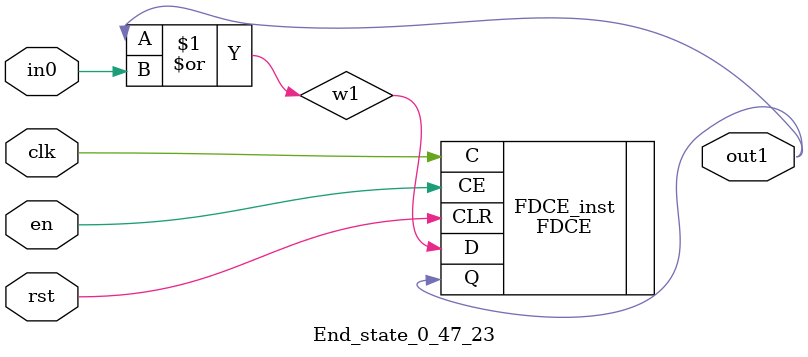
<source format=v>
module engine_0_47(out,clk,sod,en, in_105, in_0, in_4, in_5, in_6, in_8, in_12, in_16, in_18, in_35, in_36, in_37, in_41, in_100, in_101);
//pcre: /^From\x3A[^\r\n]*\x3Clogs\x40logs\x2Ecom\x3E/smi
//block char: \x40[8], ^[9], O[0], L[0], G[0], S[0], \x2E[8], r[0], c[0], f[0], \x3A[8], [^\r\n][2], M[0], \x3E[8], \x3C[8], 

	input clk,sod,en;

	input in_105, in_0, in_4, in_5, in_6, in_8, in_12, in_16, in_18, in_35, in_36, in_37, in_41, in_100, in_101;
	output out;

	assign w0 = 1'b1;
	state_0_47_1 BlockState_0_47_1 (w1,in_0,clk,en,sod,w0);
	state_0_47_2 BlockState_0_47_2 (w2,in_35,clk,en,sod,w1);
	state_0_47_3 BlockState_0_47_3 (w3,in_16,clk,en,sod,w2);
	state_0_47_4 BlockState_0_47_4 (w4,in_4,clk,en,sod,w3);
	state_0_47_5 BlockState_0_47_5 (w5,in_41,clk,en,sod,w4);
	state_0_47_6 BlockState_0_47_6 (w6,in_36,clk,en,sod,w5);
	state_0_47_7 BlockState_0_47_7 (w7,in_37,clk,en,sod,w7,w6);
	state_0_47_8 BlockState_0_47_8 (w8,in_101,clk,en,sod,w6,w7);
	state_0_47_9 BlockState_0_47_9 (w9,in_5,clk,en,sod,w8);
	state_0_47_10 BlockState_0_47_10 (w10,in_4,clk,en,sod,w9);
	state_0_47_11 BlockState_0_47_11 (w11,in_6,clk,en,sod,w10);
	state_0_47_12 BlockState_0_47_12 (w12,in_8,clk,en,sod,w11);
	state_0_47_13 BlockState_0_47_13 (w13,in_105,clk,en,sod,w12);
	state_0_47_14 BlockState_0_47_14 (w14,in_5,clk,en,sod,w13);
	state_0_47_15 BlockState_0_47_15 (w15,in_4,clk,en,sod,w14);
	state_0_47_16 BlockState_0_47_16 (w16,in_6,clk,en,sod,w15);
	state_0_47_17 BlockState_0_47_17 (w17,in_8,clk,en,sod,w16);
	state_0_47_18 BlockState_0_47_18 (w18,in_12,clk,en,sod,w17);
	state_0_47_19 BlockState_0_47_19 (w19,in_18,clk,en,sod,w18);
	state_0_47_20 BlockState_0_47_20 (w20,in_4,clk,en,sod,w19);
	state_0_47_21 BlockState_0_47_21 (w21,in_41,clk,en,sod,w20);
	state_0_47_22 BlockState_0_47_22 (w22,in_100,clk,en,sod,w21);
	End_state_0_47_23 BlockState_0_47_23 (out,clk,en,sod,w22);
endmodule

module state_0_47_1(out1,in_char,clk,en,rst,in0);
	input in_char,clk,en,rst,in0;
	output out1;
	wire w1,w2;
	assign w1 = in0; 
	and(w2,in_char,w1);
	FDCE #(.INIT(1'b0)) FDCE_inst (
		.Q(out1),
		.C(clk),
		.CE(en),
		.CLR(rst),
		.D(w2)
);
endmodule

module state_0_47_2(out1,in_char,clk,en,rst,in0);
	input in_char,clk,en,rst,in0;
	output out1;
	wire w1,w2;
	assign w1 = in0; 
	and(w2,in_char,w1);
	FDCE #(.INIT(1'b0)) FDCE_inst (
		.Q(out1),
		.C(clk),
		.CE(en),
		.CLR(rst),
		.D(w2)
);
endmodule

module state_0_47_3(out1,in_char,clk,en,rst,in0);
	input in_char,clk,en,rst,in0;
	output out1;
	wire w1,w2;
	assign w1 = in0; 
	and(w2,in_char,w1);
	FDCE #(.INIT(1'b0)) FDCE_inst (
		.Q(out1),
		.C(clk),
		.CE(en),
		.CLR(rst),
		.D(w2)
);
endmodule

module state_0_47_4(out1,in_char,clk,en,rst,in0);
	input in_char,clk,en,rst,in0;
	output out1;
	wire w1,w2;
	assign w1 = in0; 
	and(w2,in_char,w1);
	FDCE #(.INIT(1'b0)) FDCE_inst (
		.Q(out1),
		.C(clk),
		.CE(en),
		.CLR(rst),
		.D(w2)
);
endmodule

module state_0_47_5(out1,in_char,clk,en,rst,in0);
	input in_char,clk,en,rst,in0;
	output out1;
	wire w1,w2;
	assign w1 = in0; 
	and(w2,in_char,w1);
	FDCE #(.INIT(1'b0)) FDCE_inst (
		.Q(out1),
		.C(clk),
		.CE(en),
		.CLR(rst),
		.D(w2)
);
endmodule

module state_0_47_6(out1,in_char,clk,en,rst,in0);
	input in_char,clk,en,rst,in0;
	output out1;
	wire w1,w2;
	assign w1 = in0; 
	and(w2,in_char,w1);
	FDCE #(.INIT(1'b0)) FDCE_inst (
		.Q(out1),
		.C(clk),
		.CE(en),
		.CLR(rst),
		.D(w2)
);
endmodule

module state_0_47_7(out1,in_char,clk,en,rst,in0,in1);
	input in_char,clk,en,rst,in0,in1;
	output out1;
	wire w1,w2;
	or(w1,in0,in1);
	and(w2,in_char,w1);
	FDCE #(.INIT(1'b0)) FDCE_inst (
		.Q(out1),
		.C(clk),
		.CE(en),
		.CLR(rst),
		.D(w2)
);
endmodule

module state_0_47_8(out1,in_char,clk,en,rst,in0,in1);
	input in_char,clk,en,rst,in0,in1;
	output out1;
	wire w1,w2;
	or(w1,in0,in1);
	and(w2,in_char,w1);
	FDCE #(.INIT(1'b0)) FDCE_inst (
		.Q(out1),
		.C(clk),
		.CE(en),
		.CLR(rst),
		.D(w2)
);
endmodule

module state_0_47_9(out1,in_char,clk,en,rst,in0);
	input in_char,clk,en,rst,in0;
	output out1;
	wire w1,w2;
	assign w1 = in0; 
	and(w2,in_char,w1);
	FDCE #(.INIT(1'b0)) FDCE_inst (
		.Q(out1),
		.C(clk),
		.CE(en),
		.CLR(rst),
		.D(w2)
);
endmodule

module state_0_47_10(out1,in_char,clk,en,rst,in0);
	input in_char,clk,en,rst,in0;
	output out1;
	wire w1,w2;
	assign w1 = in0; 
	and(w2,in_char,w1);
	FDCE #(.INIT(1'b0)) FDCE_inst (
		.Q(out1),
		.C(clk),
		.CE(en),
		.CLR(rst),
		.D(w2)
);
endmodule

module state_0_47_11(out1,in_char,clk,en,rst,in0);
	input in_char,clk,en,rst,in0;
	output out1;
	wire w1,w2;
	assign w1 = in0; 
	and(w2,in_char,w1);
	FDCE #(.INIT(1'b0)) FDCE_inst (
		.Q(out1),
		.C(clk),
		.CE(en),
		.CLR(rst),
		.D(w2)
);
endmodule

module state_0_47_12(out1,in_char,clk,en,rst,in0);
	input in_char,clk,en,rst,in0;
	output out1;
	wire w1,w2;
	assign w1 = in0; 
	and(w2,in_char,w1);
	FDCE #(.INIT(1'b0)) FDCE_inst (
		.Q(out1),
		.C(clk),
		.CE(en),
		.CLR(rst),
		.D(w2)
);
endmodule

module state_0_47_13(out1,in_char,clk,en,rst,in0);
	input in_char,clk,en,rst,in0;
	output out1;
	wire w1,w2;
	assign w1 = in0; 
	and(w2,in_char,w1);
	FDCE #(.INIT(1'b0)) FDCE_inst (
		.Q(out1),
		.C(clk),
		.CE(en),
		.CLR(rst),
		.D(w2)
);
endmodule

module state_0_47_14(out1,in_char,clk,en,rst,in0);
	input in_char,clk,en,rst,in0;
	output out1;
	wire w1,w2;
	assign w1 = in0; 
	and(w2,in_char,w1);
	FDCE #(.INIT(1'b0)) FDCE_inst (
		.Q(out1),
		.C(clk),
		.CE(en),
		.CLR(rst),
		.D(w2)
);
endmodule

module state_0_47_15(out1,in_char,clk,en,rst,in0);
	input in_char,clk,en,rst,in0;
	output out1;
	wire w1,w2;
	assign w1 = in0; 
	and(w2,in_char,w1);
	FDCE #(.INIT(1'b0)) FDCE_inst (
		.Q(out1),
		.C(clk),
		.CE(en),
		.CLR(rst),
		.D(w2)
);
endmodule

module state_0_47_16(out1,in_char,clk,en,rst,in0);
	input in_char,clk,en,rst,in0;
	output out1;
	wire w1,w2;
	assign w1 = in0; 
	and(w2,in_char,w1);
	FDCE #(.INIT(1'b0)) FDCE_inst (
		.Q(out1),
		.C(clk),
		.CE(en),
		.CLR(rst),
		.D(w2)
);
endmodule

module state_0_47_17(out1,in_char,clk,en,rst,in0);
	input in_char,clk,en,rst,in0;
	output out1;
	wire w1,w2;
	assign w1 = in0; 
	and(w2,in_char,w1);
	FDCE #(.INIT(1'b0)) FDCE_inst (
		.Q(out1),
		.C(clk),
		.CE(en),
		.CLR(rst),
		.D(w2)
);
endmodule

module state_0_47_18(out1,in_char,clk,en,rst,in0);
	input in_char,clk,en,rst,in0;
	output out1;
	wire w1,w2;
	assign w1 = in0; 
	and(w2,in_char,w1);
	FDCE #(.INIT(1'b0)) FDCE_inst (
		.Q(out1),
		.C(clk),
		.CE(en),
		.CLR(rst),
		.D(w2)
);
endmodule

module state_0_47_19(out1,in_char,clk,en,rst,in0);
	input in_char,clk,en,rst,in0;
	output out1;
	wire w1,w2;
	assign w1 = in0; 
	and(w2,in_char,w1);
	FDCE #(.INIT(1'b0)) FDCE_inst (
		.Q(out1),
		.C(clk),
		.CE(en),
		.CLR(rst),
		.D(w2)
);
endmodule

module state_0_47_20(out1,in_char,clk,en,rst,in0);
	input in_char,clk,en,rst,in0;
	output out1;
	wire w1,w2;
	assign w1 = in0; 
	and(w2,in_char,w1);
	FDCE #(.INIT(1'b0)) FDCE_inst (
		.Q(out1),
		.C(clk),
		.CE(en),
		.CLR(rst),
		.D(w2)
);
endmodule

module state_0_47_21(out1,in_char,clk,en,rst,in0);
	input in_char,clk,en,rst,in0;
	output out1;
	wire w1,w2;
	assign w1 = in0; 
	and(w2,in_char,w1);
	FDCE #(.INIT(1'b0)) FDCE_inst (
		.Q(out1),
		.C(clk),
		.CE(en),
		.CLR(rst),
		.D(w2)
);
endmodule

module state_0_47_22(out1,in_char,clk,en,rst,in0);
	input in_char,clk,en,rst,in0;
	output out1;
	wire w1,w2;
	assign w1 = in0; 
	and(w2,in_char,w1);
	FDCE #(.INIT(1'b0)) FDCE_inst (
		.Q(out1),
		.C(clk),
		.CE(en),
		.CLR(rst),
		.D(w2)
);
endmodule

module End_state_0_47_23(out1,clk,en,rst,in0);
	input clk,rst,en,in0;
	output out1;
	wire w1;
	or(w1,out1,in0);
	FDCE #(.INIT(1'b0)) FDCE_inst (
		.Q(out1),
		.C(clk),
		.CE(en),
		.CLR(rst),
		.D(w1)
);
endmodule


</source>
